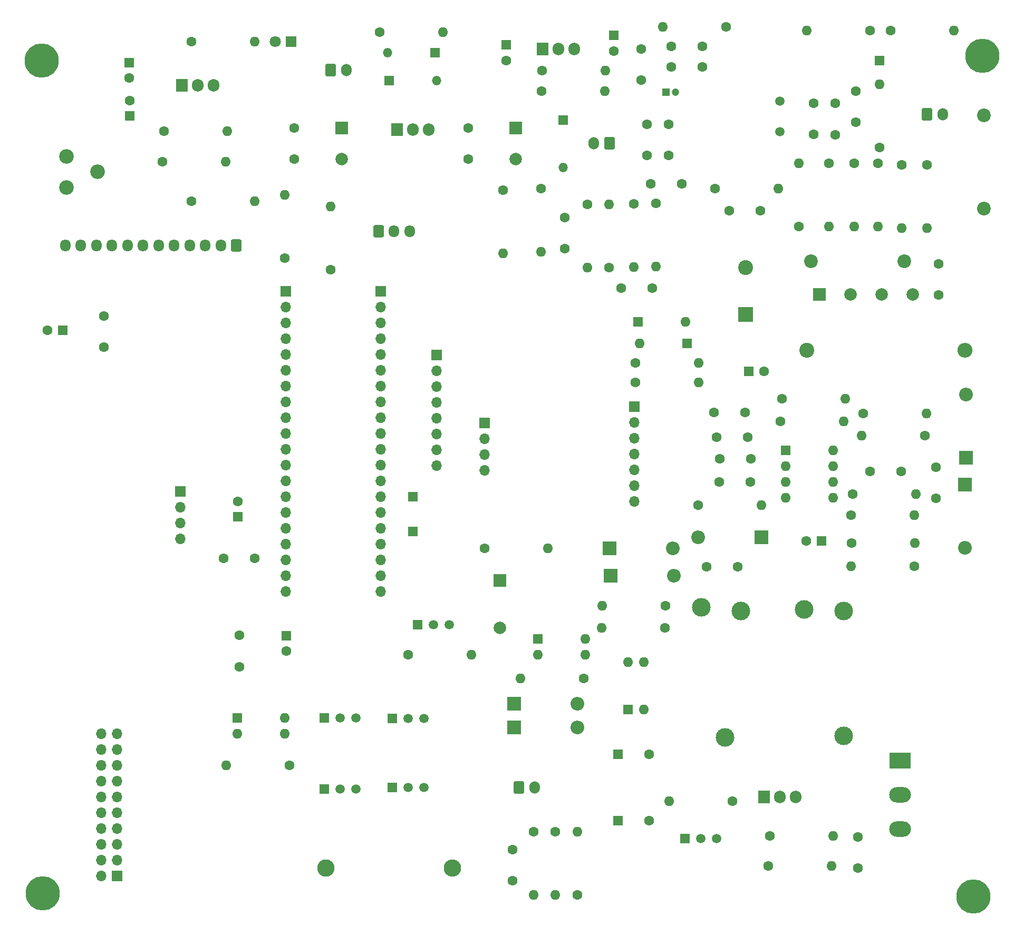
<source format=gbr>
%TF.GenerationSoftware,KiCad,Pcbnew,(6.99.0-1031-g46d719ed42)*%
%TF.CreationDate,2022-09-13T13:50:49+01:00*%
%TF.ProjectId,EnAcess PCB,456e4163-6573-4732-9050-43422e6b6963,rev?*%
%TF.SameCoordinates,Original*%
%TF.FileFunction,Soldermask,Bot*%
%TF.FilePolarity,Negative*%
%FSLAX46Y46*%
G04 Gerber Fmt 4.6, Leading zero omitted, Abs format (unit mm)*
G04 Created by KiCad (PCBNEW (6.99.0-1031-g46d719ed42)) date 2022-09-13 13:50:49*
%MOMM*%
%LPD*%
G01*
G04 APERTURE LIST*
G04 Aperture macros list*
%AMRoundRect*
0 Rectangle with rounded corners*
0 $1 Rounding radius*
0 $2 $3 $4 $5 $6 $7 $8 $9 X,Y pos of 4 corners*
0 Add a 4 corners polygon primitive as box body*
4,1,4,$2,$3,$4,$5,$6,$7,$8,$9,$2,$3,0*
0 Add four circle primitives for the rounded corners*
1,1,$1+$1,$2,$3*
1,1,$1+$1,$4,$5*
1,1,$1+$1,$6,$7*
1,1,$1+$1,$8,$9*
0 Add four rect primitives between the rounded corners*
20,1,$1+$1,$2,$3,$4,$5,0*
20,1,$1+$1,$4,$5,$6,$7,0*
20,1,$1+$1,$6,$7,$8,$9,0*
20,1,$1+$1,$8,$9,$2,$3,0*%
G04 Aperture macros list end*
%ADD10RoundRect,0.250000X-0.550000X-0.550000X0.550000X-0.550000X0.550000X0.550000X-0.550000X0.550000X0*%
%ADD11C,2.200000*%
%ADD12C,1.600000*%
%ADD13RoundRect,0.250000X-0.600000X-0.750000X0.600000X-0.750000X0.600000X0.750000X-0.600000X0.750000X0*%
%ADD14O,1.700000X2.000000*%
%ADD15R,2.200000X2.200000*%
%ADD16O,2.200000X2.200000*%
%ADD17R,1.500000X1.500000*%
%ADD18C,1.500000*%
%ADD19O,1.600000X1.600000*%
%ADD20R,2.000000X2.000000*%
%ADD21C,2.000000*%
%ADD22R,1.700000X1.700000*%
%ADD23O,1.700000X1.700000*%
%ADD24R,1.600000X1.600000*%
%ADD25R,3.500000X2.500000*%
%ADD26O,3.500000X2.500000*%
%ADD27C,3.600000*%
%ADD28C,5.500000*%
%ADD29C,2.340000*%
%ADD30RoundRect,0.250000X0.600000X0.725000X-0.600000X0.725000X-0.600000X-0.725000X0.600000X-0.725000X0*%
%ADD31O,1.700000X1.950000*%
%ADD32C,3.000000*%
%ADD33C,0.100000*%
%ADD34R,1.200000X1.200000*%
%ADD35C,1.200000*%
%ADD36O,1.500000X1.500000*%
%ADD37C,2.800000*%
%ADD38O,2.800000X2.800000*%
%ADD39R,1.800000X1.800000*%
%ADD40C,1.800000*%
%ADD41RoundRect,0.250000X0.600000X0.750000X-0.600000X0.750000X-0.600000X-0.750000X0.600000X-0.750000X0*%
%ADD42R,1.905000X2.000000*%
%ADD43O,1.905000X2.000000*%
%ADD44RoundRect,0.250000X-0.600000X-0.725000X0.600000X-0.725000X0.600000X0.725000X-0.600000X0.725000X0*%
%ADD45C,2.400000*%
%ADD46O,2.400000X2.400000*%
%ADD47R,2.400000X2.400000*%
G04 APERTURE END LIST*
D10*
%TO.C,J16*%
X79248000Y-91186000D03*
%TD*%
%TO.C,J15*%
X79248000Y-96774000D03*
%TD*%
D11*
%TO.C,C43*%
X170942000Y-29838000D03*
X170942000Y-44838000D03*
%TD*%
D12*
%TO.C,C42*%
X103632000Y-51268000D03*
X103632000Y-46268000D03*
%TD*%
D13*
%TO.C,J13*%
X66040000Y-22606000D03*
D14*
X68539999Y-22605999D03*
%TD*%
D15*
%TO.C,D7*%
X95503999Y-128269999D03*
D16*
X105663999Y-128269999D03*
%TD*%
D17*
%TO.C,Q4*%
X75945999Y-126851999D03*
D18*
X78486000Y-126852000D03*
X81026000Y-126852000D03*
%TD*%
D17*
%TO.C,Q1*%
X65023999Y-138175999D03*
D18*
X67564000Y-138176000D03*
X70104000Y-138176000D03*
%TD*%
D12*
%TO.C,R31*%
X138263000Y-79095600D03*
D19*
X148422999Y-79095599D03*
%TD*%
D12*
%TO.C,C15*%
X51409600Y-113476400D03*
X51409600Y-118476400D03*
%TD*%
%TO.C,R24*%
X102108000Y-145034000D03*
D19*
X102107999Y-155193999D03*
%TD*%
D20*
%TO.C,C20*%
X67817999Y-31932999D03*
D21*
X67818000Y-36933000D03*
%TD*%
D22*
%TO.C,J6*%
X58800999Y-58191399D03*
D23*
X58800999Y-60731399D03*
X58800999Y-63271399D03*
X58800999Y-65811399D03*
X58800999Y-68351399D03*
X58800999Y-70891399D03*
X58800999Y-73431399D03*
X58800999Y-75971399D03*
X58800999Y-78511399D03*
X58800999Y-81051399D03*
X58800999Y-83591399D03*
X58800999Y-86131399D03*
X58800999Y-88671399D03*
X58800999Y-91211399D03*
X58800999Y-93751399D03*
X58800999Y-96291399D03*
X58800999Y-98831399D03*
X58800999Y-101371399D03*
X58800999Y-103911399D03*
X58800999Y-106451399D03*
%TD*%
D24*
%TO.C,C26*%
X144881599Y-98297999D03*
D12*
X142381600Y-98298000D03*
%TD*%
%TO.C,C8*%
X60198000Y-31933000D03*
X60198000Y-36933000D03*
%TD*%
%TO.C,TH1*%
X163677600Y-53761000D03*
X163677600Y-58761000D03*
%TD*%
D25*
%TO.C,Q3*%
X157479999Y-133603999D03*
D26*
X157479999Y-139078999D03*
X157479999Y-144553999D03*
%TD*%
D12*
%TO.C,R11*%
X106680000Y-120396000D03*
D19*
X96519999Y-120395999D03*
%TD*%
D12*
%TO.C,C39*%
X130048000Y-45212000D03*
X135048000Y-45212000D03*
%TD*%
%TO.C,R17*%
X66040000Y-54686200D03*
D19*
X66039999Y-44526199D03*
%TD*%
D12*
%TO.C,R12*%
X161798000Y-37846000D03*
D19*
X161797999Y-48005999D03*
%TD*%
D27*
%TO.C,H3*%
X169265600Y-155448000D03*
D28*
X169265600Y-155448000D03*
%TD*%
D17*
%TO.C,U6*%
X122961399Y-146155999D03*
D18*
X125501400Y-146156000D03*
X128041400Y-146156000D03*
%TD*%
D12*
%TO.C,C27*%
X131368800Y-102463600D03*
X126368800Y-102463600D03*
%TD*%
D22*
%TO.C,J1*%
X90728799Y-79349599D03*
D23*
X90728799Y-81889599D03*
X90728799Y-84429599D03*
X90728799Y-86969599D03*
%TD*%
D24*
%TO.C,U9*%
X51063999Y-126740999D03*
D19*
X51063999Y-129280999D03*
X58683999Y-129280999D03*
X58683999Y-126740999D03*
%TD*%
D24*
%TO.C,D12*%
X123266199Y-66547999D03*
D19*
X115646199Y-66547999D03*
%TD*%
D12*
%TO.C,R45*%
X127762000Y-41656000D03*
D19*
X137921999Y-41655999D03*
%TD*%
D17*
%TO.C,Q2*%
X80035399Y-111713599D03*
D18*
X82575400Y-111713600D03*
X85115400Y-111713600D03*
%TD*%
D13*
%TO.C,J8*%
X161798000Y-29718000D03*
D14*
X164297999Y-29717999D03*
%TD*%
D12*
%TO.C,C37*%
X120690000Y-22098000D03*
X125690000Y-22098000D03*
%TD*%
%TO.C,R23*%
X161417000Y-81356200D03*
D19*
X151256999Y-81356199D03*
%TD*%
D12*
%TO.C,R34*%
X114935000Y-69646800D03*
D19*
X125094999Y-69646799D03*
%TD*%
D29*
%TO.C,RV2*%
X23575000Y-41461200D03*
X28575000Y-38961200D03*
X23575000Y-36461200D03*
%TD*%
D24*
%TO.C,C5*%
X23037799Y-64388999D03*
D12*
X20537800Y-64389000D03*
%TD*%
D30*
%TO.C,J2*%
X50912400Y-50800000D03*
D31*
X48412399Y-50799999D03*
X45912399Y-50799999D03*
X43412399Y-50799999D03*
X40912399Y-50799999D03*
X38412399Y-50799999D03*
X35912399Y-50799999D03*
X33412399Y-50799999D03*
X30912399Y-50799999D03*
X28412399Y-50799999D03*
X25912399Y-50799999D03*
X23412399Y-50799999D03*
%TD*%
D32*
%TO.C,TR1*%
X148379200Y-109583200D03*
X142029200Y-109263200D03*
X131869200Y-109583200D03*
X125519200Y-108948200D03*
X148379200Y-129583200D03*
X129329200Y-129903200D03*
D33*
X149014200Y-108948200D03*
X144014200Y-108948200D03*
%TD*%
D12*
%TO.C,C40*%
X143586200Y-32893000D03*
X143586200Y-27893000D03*
%TD*%
%TO.C,C12*%
X115874800Y-19191600D03*
X115874800Y-24191600D03*
%TD*%
%TO.C,R27*%
X138480800Y-75412600D03*
D19*
X148640799Y-75412599D03*
%TD*%
D12*
%TO.C,R37*%
X136550400Y-145694400D03*
D19*
X146710399Y-145694399D03*
%TD*%
D24*
%TO.C,C31*%
X133160887Y-71043799D03*
D12*
X135660888Y-71043800D03*
%TD*%
%TO.C,C32*%
X117388000Y-40894000D03*
X122388000Y-40894000D03*
%TD*%
D24*
%TO.C,C21*%
X33756599Y-29971999D03*
D12*
X33756600Y-27472000D03*
%TD*%
D20*
%TO.C,C4*%
X95757999Y-31932999D03*
D21*
X95758000Y-36933000D03*
%TD*%
D12*
%TO.C,C23*%
X152628600Y-87147400D03*
X157628600Y-87147400D03*
%TD*%
%TO.C,C38*%
X150368000Y-30988000D03*
X150368000Y-25988000D03*
%TD*%
%TO.C,R52*%
X58674000Y-52832000D03*
D19*
X58673999Y-42671999D03*
%TD*%
D12*
%TO.C,R19*%
X98602800Y-145034000D03*
D19*
X98602799Y-155193999D03*
%TD*%
D15*
%TO.C,D14*%
X167893999Y-89204799D03*
D16*
X167893999Y-99364799D03*
%TD*%
D12*
%TO.C,R47*%
X99822000Y-41656000D03*
D19*
X99821999Y-51815999D03*
%TD*%
D12*
%TO.C,R43*%
X141224000Y-47752000D03*
D19*
X141223999Y-37591999D03*
%TD*%
D22*
%TO.C,J12*%
X41909999Y-90306999D03*
D23*
X41909999Y-92846999D03*
X41909999Y-95386999D03*
X41909999Y-97926999D03*
%TD*%
D27*
%TO.C,H4*%
X19812000Y-154940000D03*
D28*
X19812000Y-154940000D03*
%TD*%
D15*
%TO.C,D16*%
X110794799Y-99466399D03*
D16*
X120954799Y-99466399D03*
%TD*%
D12*
%TO.C,R9*%
X114706400Y-44069000D03*
D19*
X114706399Y-54228999D03*
%TD*%
D12*
%TO.C,R5*%
X99999800Y-22682200D03*
D19*
X110159799Y-22682199D03*
%TD*%
D12*
%TO.C,R36*%
X130530600Y-140081000D03*
D19*
X120370599Y-140080999D03*
%TD*%
D34*
%TO.C,C35*%
X119911999Y-26161999D03*
D35*
X121412000Y-26162000D03*
%TD*%
D28*
%TO.C,H1*%
X170688000Y-20320000D03*
D27*
X170688000Y-20320000D03*
%TD*%
D12*
%TO.C,R16*%
X129489200Y-15671800D03*
D19*
X119329199Y-15671799D03*
%TD*%
D24*
%TO.C,C2*%
X94233999Y-18541999D03*
D12*
X94234000Y-21042000D03*
%TD*%
D11*
%TO.C,C10*%
X158122000Y-53340000D03*
X143122000Y-53340000D03*
%TD*%
D12*
%TO.C,R28*%
X149606000Y-94107000D03*
D19*
X159765999Y-94106999D03*
%TD*%
D17*
%TO.C,D2*%
X75432999Y-24312999D03*
D36*
X83052999Y-24312999D03*
%TD*%
D12*
%TO.C,R15*%
X157734000Y-37846000D03*
D19*
X157733999Y-48005999D03*
%TD*%
D17*
%TO.C,Q5*%
X75945999Y-137921999D03*
D18*
X78486000Y-137922000D03*
X81026000Y-137922000D03*
%TD*%
D12*
%TO.C,R33*%
X105664000Y-155194000D03*
D19*
X105663999Y-145033999D03*
%TD*%
D24*
%TO.C,U1*%
X139085799Y-83728399D03*
D19*
X139085799Y-86268399D03*
X139085799Y-88808399D03*
X139085799Y-91348399D03*
X146705799Y-91348399D03*
X146705799Y-88808399D03*
X146705799Y-86268399D03*
X146705799Y-83728399D03*
%TD*%
D12*
%TO.C,R1*%
X78486000Y-116586000D03*
D19*
X88645999Y-116585999D03*
%TD*%
D12*
%TO.C,C11*%
X53873400Y-101092000D03*
X48873400Y-101092000D03*
%TD*%
D37*
%TO.C,R18*%
X65278000Y-150876000D03*
D38*
X85597999Y-150875999D03*
%TD*%
D12*
%TO.C,R29*%
X149834600Y-90728800D03*
D19*
X159994599Y-90728799D03*
%TD*%
D12*
%TO.C,R20*%
X119735600Y-112268000D03*
D19*
X109575599Y-112267999D03*
%TD*%
D13*
%TO.C,J7*%
X96286000Y-137914500D03*
D14*
X98785999Y-137914499D03*
%TD*%
D39*
%TO.C,D1*%
X59694999Y-18008599D03*
D40*
X57155000Y-18008600D03*
%TD*%
D12*
%TO.C,R53*%
X59436000Y-134366000D03*
D19*
X49275999Y-134365999D03*
%TD*%
D12*
%TO.C,R3*%
X43688000Y-18034000D03*
D19*
X53847999Y-18033999D03*
%TD*%
D24*
%TO.C,C3*%
X58953399Y-113512522D03*
D12*
X58953400Y-116012523D03*
%TD*%
D41*
%TO.C,J10*%
X110805600Y-34366200D03*
D14*
X108305599Y-34366199D03*
%TD*%
D12*
%TO.C,C41*%
X147066000Y-27965400D03*
X147066000Y-32965400D03*
%TD*%
D22*
%TO.C,J11*%
X114832999Y-76727999D03*
D23*
X114832999Y-79267999D03*
X114832999Y-81807999D03*
X114832999Y-84347999D03*
X114832999Y-86887999D03*
X114832999Y-89427999D03*
X114832999Y-91967999D03*
%TD*%
D12*
%TO.C,C22*%
X128437000Y-88798400D03*
X133437000Y-88798400D03*
%TD*%
%TO.C,R54*%
X155956000Y-16256000D03*
D19*
X166115999Y-16255999D03*
%TD*%
D15*
%TO.C,D17*%
X168046399Y-84937599D03*
D16*
X168046399Y-74777599D03*
%TD*%
D12*
%TO.C,R41*%
X150114000Y-37592000D03*
D19*
X150113999Y-47751999D03*
%TD*%
D15*
%TO.C,D3*%
X135229599Y-97713799D03*
D16*
X125069599Y-97713799D03*
%TD*%
D12*
%TO.C,R4*%
X90728800Y-99466400D03*
D19*
X100888799Y-99466399D03*
%TD*%
D27*
%TO.C,H1*%
X19608800Y-21056600D03*
D28*
X19608800Y-21056600D03*
%TD*%
D24*
%TO.C,U4*%
X113761599Y-125389799D03*
D19*
X116301599Y-125389799D03*
X116301599Y-117769799D03*
X113761599Y-117769799D03*
%TD*%
D12*
%TO.C,C34*%
X116789200Y-36322000D03*
X116789200Y-31322000D03*
%TD*%
D42*
%TO.C,U5*%
X42163999Y-25024199D03*
D43*
X44703999Y-25024199D03*
X47243999Y-25024199D03*
%TD*%
D18*
%TO.C,8.192MHz1*%
X138125200Y-27572800D03*
X138125200Y-32472800D03*
%TD*%
D12*
%TO.C,R32*%
X125044200Y-92506800D03*
D19*
X135204199Y-92506799D03*
%TD*%
D12*
%TO.C,R14*%
X38989000Y-37312600D03*
D19*
X49148999Y-37312599D03*
%TD*%
D12*
%TO.C,C33*%
X125690000Y-18796000D03*
X120690000Y-18796000D03*
%TD*%
%TO.C,C24*%
X127979800Y-81610200D03*
X132979800Y-81610200D03*
%TD*%
%TO.C,R10*%
X107264200Y-44221400D03*
D19*
X107264199Y-54381399D03*
%TD*%
D12*
%TO.C,C17*%
X150723600Y-150886800D03*
X150723600Y-145886800D03*
%TD*%
D15*
%TO.C,D15*%
X110947199Y-103911399D03*
D16*
X121107199Y-103911399D03*
%TD*%
D12*
%TO.C,C29*%
X112714400Y-57658000D03*
X117714400Y-57658000D03*
%TD*%
%TO.C,C25*%
X163195000Y-86450800D03*
X163195000Y-91450800D03*
%TD*%
%TO.C,R25*%
X149682200Y-98590100D03*
D19*
X159842199Y-98590099D03*
%TD*%
D44*
%TO.C,J9*%
X73700000Y-48468000D03*
D31*
X76199999Y-48467999D03*
X78699999Y-48467999D03*
%TD*%
D12*
%TO.C,R55*%
X152654000Y-16256000D03*
D19*
X142493999Y-16255999D03*
%TD*%
D45*
%TO.C,R30*%
X142494000Y-67665600D03*
D46*
X167893999Y-67665599D03*
%TD*%
D12*
%TO.C,R6*%
X99872800Y-25958800D03*
D19*
X110032799Y-25958799D03*
%TD*%
D24*
%TO.C,C30*%
X112151348Y-143255999D03*
D12*
X117151349Y-143256000D03*
%TD*%
D19*
%TO.C,U3*%
X106943999Y-114040999D03*
X106943999Y-116580999D03*
X99323999Y-116580999D03*
D24*
X99323999Y-114040999D03*
%TD*%
D12*
%TO.C,R26*%
X159715200Y-102349300D03*
D19*
X149555199Y-102349299D03*
%TD*%
D42*
%TO.C,U7*%
X100101399Y-19182199D03*
D43*
X102641399Y-19182199D03*
X105181399Y-19182199D03*
%TD*%
D24*
%TO.C,C19*%
X33680399Y-21400800D03*
D12*
X33680400Y-23900801D03*
%TD*%
D42*
%TO.C,U2*%
X76707999Y-32186999D03*
D43*
X79247999Y-32186999D03*
X81787999Y-32186999D03*
%TD*%
D17*
%TO.C,D6*%
X103377999Y-30657999D03*
D36*
X103377999Y-38277999D03*
%TD*%
D22*
%TO.C,J4*%
X31754999Y-152140999D03*
D23*
X29214999Y-152140999D03*
X31754999Y-149600999D03*
X29214999Y-149600999D03*
X31754999Y-147060999D03*
X29214999Y-147060999D03*
X31754999Y-144520999D03*
X29214999Y-144520999D03*
X31754999Y-141980999D03*
X29214999Y-141980999D03*
X31754999Y-139440999D03*
X29214999Y-139440999D03*
X31754999Y-136900999D03*
X29214999Y-136900999D03*
X31754999Y-134360999D03*
X29214999Y-134360999D03*
X31754999Y-131820999D03*
X29214999Y-131820999D03*
X31754999Y-129280999D03*
X29214999Y-129280999D03*
%TD*%
D12*
%TO.C,R46*%
X93726000Y-41910000D03*
D19*
X93725999Y-52069999D03*
%TD*%
D17*
%TO.C,Q6*%
X65023999Y-126745999D03*
D18*
X67564000Y-126746000D03*
X70104000Y-126746000D03*
%TD*%
D12*
%TO.C,R38*%
X136321800Y-150520400D03*
D19*
X146481799Y-150520399D03*
%TD*%
D24*
%TO.C,C1*%
X111505999Y-17017999D03*
D12*
X111506000Y-19518000D03*
%TD*%
D24*
%TO.C,C6*%
X51130199Y-94411876D03*
D12*
X51130200Y-91911877D03*
%TD*%
D10*
%TO.C,J14*%
X154178000Y-21082000D03*
%TD*%
D12*
%TO.C,R7*%
X118237000Y-44018200D03*
D19*
X118236999Y-54178199D03*
%TD*%
D20*
%TO.C,D11*%
X144485299Y-58666099D03*
D21*
X149485300Y-58666100D03*
X154485300Y-58666100D03*
X159485300Y-58666100D03*
%TD*%
D12*
%TO.C,R8*%
X110693200Y-54356000D03*
D19*
X110693199Y-44195999D03*
%TD*%
D12*
%TO.C,C14*%
X88138000Y-31933000D03*
X88138000Y-36933000D03*
%TD*%
D17*
%TO.C,D4*%
X82808999Y-19811999D03*
D36*
X75188999Y-19811999D03*
%TD*%
D12*
%TO.C,C18*%
X128473200Y-85115400D03*
X133473200Y-85115400D03*
%TD*%
D22*
%TO.C,J3*%
X83007199Y-68376799D03*
D23*
X83007199Y-70916799D03*
X83007199Y-73456799D03*
X83007199Y-75996799D03*
X83007199Y-78536799D03*
X83007199Y-81076799D03*
X83007199Y-83616799D03*
X83007199Y-86156799D03*
%TD*%
D24*
%TO.C,D18*%
X115392199Y-63093599D03*
D19*
X123012199Y-63093599D03*
%TD*%
D15*
%TO.C,D5*%
X95503999Y-124459999D03*
D16*
X105663999Y-124459999D03*
%TD*%
D12*
%TO.C,R35*%
X114935000Y-72821800D03*
D19*
X125094999Y-72821799D03*
%TD*%
D12*
%TO.C,C13*%
X29591000Y-67143000D03*
X29591000Y-62143000D03*
%TD*%
D47*
%TO.C,C9*%
X132689599Y-61839066D03*
D45*
X132689600Y-54339067D03*
%TD*%
D12*
%TO.C,R2*%
X43688000Y-43688000D03*
D19*
X53847999Y-43687999D03*
%TD*%
D12*
%TO.C,R13*%
X39243000Y-32435800D03*
D19*
X49402999Y-32435799D03*
%TD*%
D12*
%TO.C,C7*%
X95250000Y-152908000D03*
X95250000Y-147908000D03*
%TD*%
%TO.C,R40*%
X153924000Y-37592000D03*
D19*
X153923999Y-47751999D03*
%TD*%
D12*
%TO.C,C16*%
X127548000Y-77597000D03*
X132548000Y-77597000D03*
%TD*%
%TO.C,R21*%
X119786400Y-108712000D03*
D19*
X109626399Y-108711999D03*
%TD*%
D20*
%TO.C,BZ1*%
X93217999Y-104647999D03*
D21*
X93218000Y-112248000D03*
%TD*%
D12*
%TO.C,R22*%
X151561800Y-77774800D03*
D19*
X161721799Y-77774799D03*
%TD*%
D12*
%TO.C,R44*%
X154178000Y-35052000D03*
D19*
X154177999Y-24891999D03*
%TD*%
D12*
%TO.C,C36*%
X120269000Y-36322000D03*
X120269000Y-31322000D03*
%TD*%
%TO.C,R42*%
X146050000Y-37592000D03*
D19*
X146049999Y-47751999D03*
%TD*%
D43*
%TO.C,D19*%
X140715999Y-139445999D03*
X138175999Y-139445999D03*
D42*
X135635999Y-139445999D03*
%TD*%
D24*
%TO.C,C28*%
X112166322Y-132587999D03*
D12*
X117166323Y-132588000D03*
%TD*%
%TO.C,R39*%
X73914000Y-16510000D03*
D19*
X84073999Y-16509999D03*
%TD*%
D22*
%TO.C,J5*%
X74040999Y-58191399D03*
D23*
X74040999Y-60731399D03*
X74040999Y-63271399D03*
X74040999Y-65811399D03*
X74040999Y-68351399D03*
X74040999Y-70891399D03*
X74040999Y-73431399D03*
X74040999Y-75971399D03*
X74040999Y-78511399D03*
X74040999Y-81051399D03*
X74040999Y-83591399D03*
X74040999Y-86131399D03*
X74040999Y-88671399D03*
X74040999Y-91211399D03*
X74040999Y-93751399D03*
X74040999Y-96291399D03*
X74040999Y-98831399D03*
X74040999Y-101371399D03*
X74040999Y-103911399D03*
X74040999Y-106451399D03*
%TD*%
M02*

</source>
